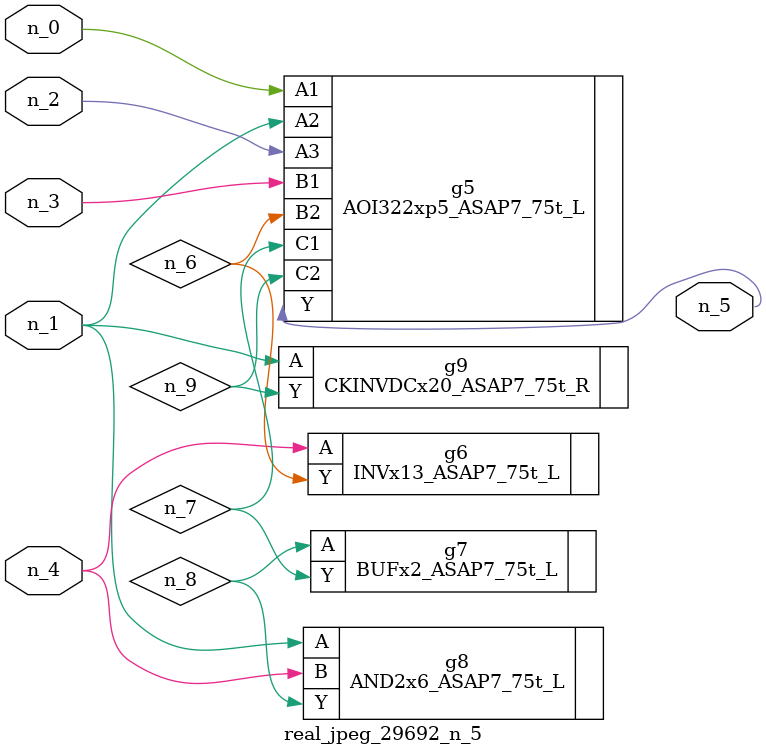
<source format=v>
module real_jpeg_29692_n_5 (n_4, n_0, n_1, n_2, n_3, n_5);

input n_4;
input n_0;
input n_1;
input n_2;
input n_3;

output n_5;

wire n_8;
wire n_6;
wire n_7;
wire n_9;

AOI322xp5_ASAP7_75t_L g5 ( 
.A1(n_0),
.A2(n_1),
.A3(n_2),
.B1(n_3),
.B2(n_6),
.C1(n_7),
.C2(n_9),
.Y(n_5)
);

AND2x6_ASAP7_75t_L g8 ( 
.A(n_1),
.B(n_4),
.Y(n_8)
);

CKINVDCx20_ASAP7_75t_R g9 ( 
.A(n_1),
.Y(n_9)
);

INVx13_ASAP7_75t_L g6 ( 
.A(n_4),
.Y(n_6)
);

BUFx2_ASAP7_75t_L g7 ( 
.A(n_8),
.Y(n_7)
);


endmodule
</source>
